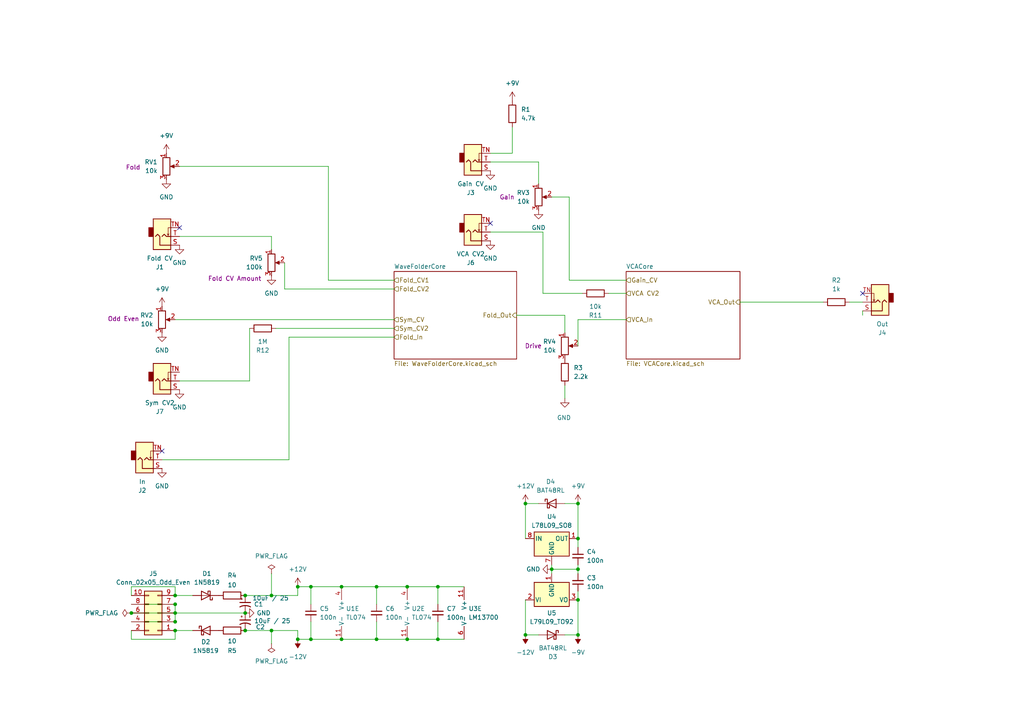
<source format=kicad_sch>
(kicad_sch (version 20231120) (generator "eeschema") (generator_version "8.0")
  (paper "A4")
  (lib_symbols
    (symbol "Amplifier_Operational:LM13700" (pin_names (offset 0.127))
      (property "Reference" "U" (at 3.81 5.08 0))
      (property "Value" "LM13700" (at 5.08 -5.08 0))
      (symbol "LM13700_1_1"
        (polyline (pts (xy 3.81 -0.635) (xy 3.81 -2.54) (xy 5.08 -2.54)))
        (polyline (pts (xy 5.08 0) (xy -5.08 -5.08) (xy -5.08 5.08) (xy 5.08 0)) (stroke (width 0.254)) (fill (type background)))
        (pin output line (at 7.62 0 180) (length 2.54) (name "~") (number "12"))
        (pin input line (at -7.62 2.54 0) (length 2.54) (name "-") (number "13"))
        (pin input line (at -7.62 -2.54 0) (length 2.54) (name "+") (number "14"))
        (pin input line (at -7.62 0 0) (length 2.54) (name "DIODE_BIAS") (number "15"))
        (pin input line (at 7.62 -2.54 180) (length 2.54) (name "~") (number "16"))
      )
      (symbol "LM13700_2_0"
        (polyline (pts (xy -1.905 2.54) (xy -3.175 2.54)))
      )
      (symbol "LM13700_2_1"
        (circle (center -2.54 1.905) (radius 0.254) (stroke (width 0.254)) (fill (type outline)))
        (polyline (pts (xy -3.81 -0.635) (xy -2.54 -1.27)))
        (polyline (pts (xy -3.81 1.27) (xy -3.81 -1.27)))
        (polyline (pts (xy -2.54 -1.905) (xy -1.27 -2.54)))
        (polyline (pts (xy -2.54 0) (xy -2.54 -2.54)))
        (polyline (pts (xy -3.81 0.635) (xy -2.54 1.27) (xy -2.54 1.905) (xy -2.54 2.54)))
        (polyline (pts (xy -2.54 -1.27) (xy -3.175 -0.635) (xy -3.175 -1.27) (xy -2.54 -1.27)) (fill (type outline)))
        (polyline (pts (xy -2.54 -0.635) (xy -1.27 0) (xy -1.27 1.905) (xy -2.54 1.905)))
        (polyline (pts (xy -1.27 -2.54) (xy -1.905 -1.905) (xy -1.905 -2.54) (xy -1.27 -2.54)) (fill (type outline)))
        (text "V+" (at -2.54 3.81 0) (effects (font (size 1.27 1.27))))
        (pin input line (at -7.62 0 0) (length 3.81) (name "~") (number "10"))
        (pin output line (at 2.54 -2.54 180) (length 3.81) (name "~") (number "9"))
      )
      (symbol "LM13700_3_1"
        (polyline (pts (xy 3.81 -0.635) (xy 3.81 -2.54) (xy 5.08 -2.54)))
        (polyline (pts (xy 5.08 0) (xy -5.08 -5.08) (xy -5.08 5.08) (xy 5.08 0)) (stroke (width 0.254)) (fill (type background)))
        (pin input line (at 7.62 -2.54 180) (length 2.54) (name "~") (number "1"))
        (pin input line (at -7.62 0 0) (length 2.54) (name "DIODE_BIAS") (number "2"))
        (pin input line (at -7.62 -2.54 0) (length 2.54) (name "+") (number "3"))
        (pin input line (at -7.62 2.54 0) (length 2.54) (name "-") (number "4"))
        (pin output line (at 7.62 0 180) (length 2.54) (name "~") (number "5"))
      )
      (symbol "LM13700_4_0"
        (polyline (pts (xy -3.175 2.54) (xy -1.905 2.54)))
        (text "V+" (at -2.54 3.81 0) (effects (font (size 1.27 1.27))))
      )
      (symbol "LM13700_4_1"
        (circle (center -2.54 1.905) (radius 0.254) (stroke (width 0.254)) (fill (type outline)))
        (polyline (pts (xy -3.81 -0.635) (xy -2.54 -1.27)))
        (polyline (pts (xy -3.81 1.27) (xy -3.81 -1.27)))
        (polyline (pts (xy -2.54 -1.905) (xy -1.27 -2.54)))
        (polyline (pts (xy -2.54 0) (xy -2.54 -2.54)))
        (polyline (pts (xy -3.81 0.635) (xy -2.54 1.27) (xy -2.54 2.54)))
        (polyline (pts (xy -2.54 -1.27) (xy -3.175 -0.635) (xy -3.175 -1.27) (xy -2.54 -1.27)) (fill (type outline)))
        (polyline (pts (xy -2.54 -0.635) (xy -1.27 0) (xy -1.27 1.905) (xy -2.54 1.905)))
        (polyline (pts (xy -1.27 -2.54) (xy -1.905 -1.905) (xy -1.905 -2.54) (xy -1.27 -2.54)) (fill (type outline)))
        (pin input line (at -7.62 0 0) (length 3.81) (name "~") (number "7"))
        (pin output line (at 2.54 -2.54 180) (length 3.81) (name "~") (number "8"))
      )
      (symbol "LM13700_5_1"
        (pin power_in line (at -2.54 7.62 270) (length 3.81) (name "V+") (number "11"))
        (pin power_in line (at -2.54 -7.62 90) (length 3.81) (name "V-") (number "6"))
      )
    )
    (symbol "Amplifier_Operational:TL074" (pin_names (offset 0.127))
      (property "Reference" "U" (at 0 5.08 0))
      (property "Value" "TL074" (at 0 -5.08 0))
      (symbol "TL074_1_1"
        (polyline (pts (xy -5.08 5.08) (xy 5.08 0) (xy -5.08 -5.08) (xy -5.08 5.08)) (stroke (width 0.254)) (fill (type background)))
        (pin output line (at 7.62 0 180) (length 2.54) (name "~") (number "1"))
        (pin input line (at -7.62 -2.54 0) (length 2.54) (name "-") (number "2"))
        (pin input line (at -7.62 2.54 0) (length 2.54) (name "+") (number "3"))
      )
      (symbol "TL074_2_1"
        (polyline (pts (xy -5.08 5.08) (xy 5.08 0) (xy -5.08 -5.08) (xy -5.08 5.08)) (stroke (width 0.254)) (fill (type background)))
        (pin input line (at -7.62 2.54 0) (length 2.54) (name "+") (number "5"))
        (pin input line (at -7.62 -2.54 0) (length 2.54) (name "-") (number "6"))
        (pin output line (at 7.62 0 180) (length 2.54) (name "~") (number "7"))
      )
      (symbol "TL074_3_1"
        (polyline (pts (xy -5.08 5.08) (xy 5.08 0) (xy -5.08 -5.08) (xy -5.08 5.08)) (stroke (width 0.254)) (fill (type background)))
        (pin input line (at -7.62 2.54 0) (length 2.54) (name "+") (number "10"))
        (pin output line (at 7.62 0 180) (length 2.54) (name "~") (number "8"))
        (pin input line (at -7.62 -2.54 0) (length 2.54) (name "-") (number "9"))
      )
      (symbol "TL074_4_1"
        (polyline (pts (xy -5.08 5.08) (xy 5.08 0) (xy -5.08 -5.08) (xy -5.08 5.08)) (stroke (width 0.254)) (fill (type background)))
        (pin input line (at -7.62 2.54 0) (length 2.54) (name "+") (number "12"))
        (pin input line (at -7.62 -2.54 0) (length 2.54) (name "-") (number "13"))
        (pin output line (at 7.62 0 180) (length 2.54) (name "~") (number "14"))
      )
      (symbol "TL074_5_1"
        (pin power_in line (at -2.54 -7.62 90) (length 3.81) (name "V-") (number "11"))
        (pin power_in line (at -2.54 7.62 270) (length 3.81) (name "V+") (number "4"))
      )
    )
    (symbol "Connector_Audio:AudioJack2_SwitchT"
      (property "Reference" "J" (at 0 8.89 0))
      (property "Value" "AudioJack2_SwitchT" (at 0 6.35 0))
      (symbol "AudioJack2_SwitchT_0_1"
        (rectangle (start -2.54 0) (end -3.81 -2.54) (stroke (width 0.254)) (fill (type outline)))
        (polyline (pts (xy 1.778 -0.254) (xy 2.032 -0.762)))
        (polyline (pts (xy 0 0) (xy 0.635 -0.635) (xy 1.27 0) (xy 2.54 0)) (stroke (width 0.254)))
        (polyline (pts (xy 2.54 -2.54) (xy 1.778 -2.54) (xy 1.778 -0.254) (xy 1.524 -0.762)))
        (polyline (pts (xy 2.54 2.54) (xy -0.635 2.54) (xy -0.635 0) (xy -1.27 -0.635) (xy -1.905 0)) (stroke (width 0.254)))
        (rectangle (start 2.54 3.81) (end -2.54 -5.08) (stroke (width 0.254)) (fill (type background)))
      )
      (symbol "AudioJack2_SwitchT_1_1"
        (pin passive line (at 5.08 2.54 180) (length 2.54) (name "~") (number "S"))
        (pin passive line (at 5.08 0 180) (length 2.54) (name "~") (number "T"))
        (pin passive line (at 5.08 -2.54 180) (length 2.54) (name "~") (number "TN"))
      )
    )
    (symbol "Connector_Generic:Conn_02x05_Odd_Even" (pin_names (offset 1.016) hide)
      (property "Reference" "J" (at 1.27 7.62 0))
      (property "Value" "Conn_02x05_Odd_Even" (at 1.27 -7.62 0))
      (symbol "Conn_02x05_Odd_Even_1_1"
        (rectangle (start -1.27 -4.953) (end 0 -5.207) (stroke (width 0.1524)))
        (rectangle (start -1.27 -2.413) (end 0 -2.667) (stroke (width 0.1524)))
        (rectangle (start -1.27 0.127) (end 0 -0.127) (stroke (width 0.1524)))
        (rectangle (start -1.27 2.667) (end 0 2.413) (stroke (width 0.1524)))
        (rectangle (start -1.27 5.207) (end 0 4.953) (stroke (width 0.1524)))
        (rectangle (start -1.27 6.35) (end 3.81 -6.35) (stroke (width 0.254)) (fill (type background)))
        (rectangle (start 3.81 -4.953) (end 2.54 -5.207) (stroke (width 0.1524)))
        (rectangle (start 3.81 -2.413) (end 2.54 -2.667) (stroke (width 0.1524)))
        (rectangle (start 3.81 0.127) (end 2.54 -0.127) (stroke (width 0.1524)))
        (rectangle (start 3.81 2.667) (end 2.54 2.413) (stroke (width 0.1524)))
        (rectangle (start 3.81 5.207) (end 2.54 4.953) (stroke (width 0.1524)))
        (pin passive line (at -5.08 5.08 0) (length 3.81) (name "Pin_1") (number "1"))
        (pin passive line (at 7.62 -5.08 180) (length 3.81) (name "Pin_10") (number "10"))
        (pin passive line (at 7.62 5.08 180) (length 3.81) (name "Pin_2") (number "2"))
        (pin passive line (at -5.08 2.54 0) (length 3.81) (name "Pin_3") (number "3"))
        (pin passive line (at 7.62 2.54 180) (length 3.81) (name "Pin_4") (number "4"))
        (pin passive line (at -5.08 0 0) (length 3.81) (name "Pin_5") (number "5"))
        (pin passive line (at 7.62 0 180) (length 3.81) (name "Pin_6") (number "6"))
        (pin passive line (at -5.08 -2.54 0) (length 3.81) (name "Pin_7") (number "7"))
        (pin passive line (at 7.62 -2.54 180) (length 3.81) (name "Pin_8") (number "8"))
        (pin passive line (at -5.08 -5.08 0) (length 3.81) (name "Pin_9") (number "9"))
      )
    )
    (symbol "Device:C_Small" (pin_numbers hide) (pin_names (offset 0.254) hide)
      (property "Reference" "C" (at 0.254 1.778 0))
      (property "Value" "C_Small" (at 0.254 -2.032 0))
      (symbol "C_Small_0_1"
        (polyline (pts (xy -1.524 -0.508) (xy 1.524 -0.508)) (stroke (width 0.3302)))
        (polyline (pts (xy -1.524 0.508) (xy 1.524 0.508)) (stroke (width 0.3048)))
      )
      (symbol "C_Small_1_1"
        (pin passive line (at 0 2.54 270) (length 2.032) (name "~") (number "1"))
        (pin passive line (at 0 -2.54 90) (length 2.032) (name "~") (number "2"))
      )
    )
    (symbol "Device:R" (pin_numbers hide) (pin_names (offset 0))
      (property "Reference" "R" (at 2.032 0 90))
      (property "Value" "R" (at 0 0 90))
      (symbol "R_0_1"
        (rectangle (start -1.016 -2.54) (end 1.016 2.54) (stroke (width 0.254)))
      )
      (symbol "R_1_1"
        (pin passive line (at 0 3.81 270) (length 1.27) (name "~") (number "1"))
        (pin passive line (at 0 -3.81 90) (length 1.27) (name "~") (number "2"))
      )
    )
    (symbol "Device:R_Potentiometer" (pin_names (offset 1.016) hide)
      (property "Reference" "RV" (at -4.445 0 90))
      (property "Value" "R_Potentiometer" (at -2.54 0 90))
      (symbol "R_Potentiometer_0_1"
        (polyline (pts (xy 2.54 0) (xy 1.524 0)))
        (polyline (pts (xy 1.143 0) (xy 2.286 0.508) (xy 2.286 -0.508) (xy 1.143 0)) (fill (type outline)))
        (rectangle (start 1.016 2.54) (end -1.016 -2.54) (stroke (width 0.254)))
      )
      (symbol "R_Potentiometer_1_1"
        (pin passive line (at 0 3.81 270) (length 1.27) (name "1") (number "1"))
        (pin passive line (at 3.81 0 180) (length 1.27) (name "2") (number "2"))
        (pin passive line (at 0 -3.81 90) (length 1.27) (name "3") (number "3"))
      )
    )
    (symbol "Diode:1N5819" (pin_numbers hide) (pin_names (offset 1.016) hide)
      (property "Reference" "D" (at 0 2.54 0))
      (property "Value" "1N5819" (at 0 -2.54 0))
      (symbol "1N5819_0_1"
        (polyline (pts (xy 1.27 0) (xy -1.27 0)))
        (polyline (pts (xy 1.27 1.27) (xy 1.27 -1.27) (xy -1.27 0) (xy 1.27 1.27)) (stroke (width 0.254)))
        (polyline (pts (xy -1.905 0.635) (xy -1.905 1.27) (xy -1.27 1.27) (xy -1.27 -1.27) (xy -0.635 -1.27) (xy -0.635 -0.635)) (stroke (width 0.254)))
      )
      (symbol "1N5819_1_1"
        (pin passive line (at -3.81 0 0) (length 2.54) (name "K") (number "1"))
        (pin passive line (at 3.81 0 180) (length 2.54) (name "A") (number "2"))
      )
    )
    (symbol "Diode:BAT48RL" (pin_numbers hide) (pin_names (offset 1.016) hide)
      (property "Reference" "D" (at 0 2.54 0))
      (property "Value" "BAT48RL" (at 0 -2.54 0))
      (symbol "BAT48RL_0_1"
        (polyline (pts (xy 1.27 0) (xy -1.27 0)))
        (polyline (pts (xy 1.27 1.27) (xy 1.27 -1.27) (xy -1.27 0) (xy 1.27 1.27)) (stroke (width 0.254)))
        (polyline (pts (xy -1.905 0.635) (xy -1.905 1.27) (xy -1.27 1.27) (xy -1.27 -1.27) (xy -0.635 -1.27) (xy -0.635 -0.635)) (stroke (width 0.254)))
      )
      (symbol "BAT48RL_1_1"
        (pin passive line (at -3.81 0 0) (length 2.54) (name "K") (number "1"))
        (pin passive line (at 3.81 0 180) (length 2.54) (name "A") (number "2"))
      )
    )
    (symbol "PCM_4ms_Capacitor:47uF_5x5.3_16V" (pin_numbers hide) (pin_names (offset 0.254) hide)
      (property "Reference" "C" (at 1.905 1.27 0))
      (property "Display" "47uF/16V" (at 1.905 -1.27 0))
      (symbol "47uF_5x5.3_16V_0_1"
        (polyline (pts (xy -1.524 0.508) (xy 1.524 0.508)) (stroke (width 0.3048)))
        (polyline (pts (xy -1.27 1.524) (xy -0.762 1.524)))
        (polyline (pts (xy -1.016 1.27) (xy -1.016 1.778)))
        (arc (start 1.524 -0.762) (mid 0 -0.3734) (end -1.524 -0.762) (stroke (width 0.3048)))
      )
      (symbol "47uF_5x5.3_16V_1_1"
        (pin passive line (at 0 2.54 270) (length 2.032) (name "~") (number "1"))
        (pin passive line (at 0 -2.54 90) (length 2.032) (name "~") (number "2"))
      )
    )
    (symbol "PCM_4ms_Power-symbol:+12V" (power) (pin_names (offset 0))
      (property "Value" "+12V" (at 0 3.556 0))
      (symbol "+12V_0_1"
        (polyline (pts (xy -0.762 1.27) (xy 0 2.54)))
        (polyline (pts (xy 0 0) (xy 0 2.54)))
        (polyline (pts (xy 0 2.54) (xy 0.762 1.27)))
      )
      (symbol "+12V_1_1"
        (pin power_in line (at 0 0 90) (length 0) hide (name "+12V") (number "1"))
      )
    )
    (symbol "PCM_4ms_Power-symbol:GND" (power) (pin_names (offset 0))
      (property "Value" "GND" (at 0 -3.81 0))
      (symbol "GND_0_1"
        (polyline (pts (xy 0 0) (xy 0 -1.27) (xy 1.27 -1.27) (xy 0 -2.54) (xy -1.27 -1.27) (xy 0 -1.27)))
      )
      (symbol "GND_1_1"
        (pin power_in line (at 0 0 270) (length 0) hide (name "GND") (number "1"))
      )
    )
    (symbol "Regulator_Linear:L78L09_SO8" (pin_names (offset 0.254))
      (property "Reference" "U" (at -3.81 3.175 0))
      (property "Value" "L78L09_SO8" (at 0 3.175 0))
      (symbol "L78L09_SO8_0_1"
        (rectangle (start -5.08 1.905) (end 5.08 -5.08) (stroke (width 0.254)) (fill (type background)))
      )
      (symbol "L78L09_SO8_1_1"
        (pin power_out line (at 7.62 0 180) (length 2.54) (name "OUT") (number "1"))
        (pin passive line (at 0 -7.62 90) (length 2.54) hide (name "GND") (number "2"))
        (pin passive line (at 0 -7.62 90) (length 2.54) hide (name "GND") (number "3"))
        (pin no_connect line (at -5.08 -2.54 0) (length 2.54) hide (name "NC") (number "4"))
        (pin no_connect line (at 5.08 -2.54 180) (length 2.54) hide (name "NC") (number "5"))
        (pin passive line (at 0 -7.62 90) (length 2.54) hide (name "GND") (number "6"))
        (pin power_in line (at 0 -7.62 90) (length 2.54) (name "GND") (number "7"))
        (pin power_in line (at -7.62 0 0) (length 2.54) (name "IN") (number "8"))
      )
    )
    (symbol "Regulator_Linear:L79L08_TO92" (pin_names (offset 0.254))
      (property "Reference" "U" (at -3.81 -3.175 0))
      (property "Value" "L79L08_TO92" (at 0 -3.175 0))
      (symbol "L79L08_TO92_0_1"
        (rectangle (start -5.08 5.08) (end 5.08 -1.905) (stroke (width 0.254)) (fill (type background)))
      )
      (symbol "L79L08_TO92_1_1"
        (pin power_in line (at 0 7.62 270) (length 2.54) (name "GND") (number "1"))
        (pin power_in line (at -7.62 0 0) (length 2.54) (name "VI") (number "2"))
        (pin power_out line (at 7.62 0 180) (length 2.54) (name "VO") (number "3"))
      )
    )
    (symbol "power:+9V" (power) (pin_numbers hide) (pin_names (offset 0) hide)
      (property "Value" "+9V" (at 0 3.556 0))
      (symbol "+9V_0_1"
        (polyline (pts (xy -0.762 1.27) (xy 0 2.54)))
        (polyline (pts (xy 0 0) (xy 0 2.54)))
        (polyline (pts (xy 0 2.54) (xy 0.762 1.27)))
      )
      (symbol "+9V_1_1"
        (pin power_in line (at 0 0 90) (length 0) (name "~") (number "1"))
      )
    )
    (symbol "power:-12V" (power) (pin_numbers hide) (pin_names (offset 0) hide)
      (property "Value" "-12V" (at 0 3.556 0))
      (symbol "-12V_0_0"
        (pin power_in line (at 0 0 90) (length 0) (name "~") (number "1"))
      )
      (symbol "-12V_0_1"
        (polyline (pts (xy 0 0) (xy 0 1.27) (xy 0.762 1.27) (xy 0 2.54) (xy -0.762 1.27) (xy 0 1.27)) (fill (type outline)))
      )
    )
    (symbol "power:-9V" (power) (pin_numbers hide) (pin_names (offset 0) hide)
      (property "Value" "-9V" (at 0 3.556 0))
      (symbol "-9V_0_1"
        (polyline (pts (xy 0 0) (xy 0 2.54)))
        (polyline (pts (xy 0.762 1.27) (xy -0.762 1.27) (xy 0 2.54) (xy 0.762 1.27)) (fill (type outline)))
      )
      (symbol "-9V_1_1"
        (pin power_in line (at 0 0 90) (length 0) (name "~") (number "1"))
      )
    )
    (symbol "power:GND" (power) (pin_numbers hide) (pin_names (offset 0) hide)
      (property "Value" "GND" (at 0 -3.81 0))
      (symbol "GND_0_1"
        (polyline (pts (xy 0 0) (xy 0 -1.27) (xy 1.27 -1.27) (xy 0 -2.54) (xy -1.27 -1.27) (xy 0 -1.27)))
      )
      (symbol "GND_1_1"
        (pin power_in line (at 0 0 270) (length 0) (name "~") (number "1"))
      )
    )
    (symbol "power:PWR_FLAG" (power) (pin_numbers hide) (pin_names (offset 0) hide)
      (property "Value" "PWR_FLAG" (at 0 3.81 0))
      (symbol "PWR_FLAG_0_0"
        (pin power_out line (at 0 0 90) (length 0) (name "~") (number "1"))
      )
      (symbol "PWR_FLAG_0_1"
        (polyline (pts (xy 0 0) (xy 0 1.27) (xy -1.016 1.905) (xy 0 2.54) (xy 1.016 1.905) (xy 0 1.27)))
      )
    )
  )
  (junction (at 50.8 172.72))
  (junction (at 78.74 182.88))
  (junction (at 167.64 165.1))
  (junction (at 152.4 146.05))
  (junction (at 78.74 172.72))
  (junction (at 118.11 185.42))
  (junction (at 90.17 170.18))
  (junction (at 71.12 172.72))
  (junction (at 90.17 185.42))
  (junction (at 109.22 185.42))
  (junction (at 50.8 177.8))
  (junction (at 127 170.18))
  (junction (at 86.36 185.42))
  (junction (at 127 185.42))
  (junction (at 71.12 182.88))
  (junction (at 109.22 170.18))
  (junction (at 167.64 173.99))
  (junction (at 50.8 175.26))
  (junction (at 38.1 177.8))
  (junction (at 50.8 182.88))
  (junction (at 118.11 170.18))
  (junction (at 167.64 146.05))
  (junction (at 152.4 184.15))
  (junction (at 99.06 185.42))
  (junction (at 71.12 177.8))
  (junction (at 167.64 184.15))
  (junction (at 167.64 156.21))
  (junction (at 86.36 170.18))
  (junction (at 160.02 165.1))
  (junction (at 50.8 180.34))
  (junction (at 99.06 170.18))
  (no_connect (at 46.99 130.81))
  (no_connect (at 250.19 85.09))
  (no_connect (at 52.07 66.04))
  (no_connect (at 142.24 64.77))
  (wire (pts (xy 109.22 180.34) (xy 109.22 185.42)))
  (wire (pts (xy 127 170.18) (xy 134.62 170.18)))
  (wire (pts (xy 50.8 92.71) (xy 114.3 92.71)))
  (wire (pts (xy 50.8 177.8) (xy 71.12 177.8)))
  (wire (pts (xy 214.63 87.63) (xy 238.76 87.63)))
  (wire (pts (xy 109.22 170.18) (xy 118.11 170.18)))
  (wire (pts (xy 83.82 97.79) (xy 83.82 133.35)))
  (wire (pts (xy 78.74 72.39) (xy 78.74 68.58)))
  (wire (pts (xy 127 180.34) (xy 127 185.42)))
  (wire (pts (xy 167.64 184.15) (xy 163.83 184.15)))
  (wire (pts (xy 167.64 146.05) (xy 163.83 146.05)))
  (wire (pts (xy 38.1 180.34) (xy 50.8 180.34)))
  (wire (pts (xy 156.21 53.34) (xy 156.21 46.99)))
  (wire (pts (xy 165.1 57.15) (xy 160.02 57.15)))
  (wire (pts (xy 114.3 81.28) (xy 95.25 81.28)))
  (wire (pts (xy 90.17 180.34) (xy 90.17 185.42)))
  (wire (pts (xy 157.48 85.09) (xy 168.91 85.09)))
  (wire (pts (xy 90.17 170.18) (xy 99.06 170.18)))
  (wire (pts (xy 82.55 83.82) (xy 82.55 76.2)))
  (wire (pts (xy 50.8 185.42) (xy 38.1 185.42)))
  (wire (pts (xy 142.24 44.45) (xy 148.59 44.45)))
  (wire (pts (xy 118.11 185.42) (xy 127 185.42)))
  (wire (pts (xy 86.36 170.18) (xy 86.36 172.72)))
  (wire (pts (xy 55.88 182.88) (xy 50.8 182.88)))
  (wire (pts (xy 78.74 182.88) (xy 86.36 182.88)))
  (wire (pts (xy 127 170.18) (xy 127 175.26)))
  (wire (pts (xy 167.64 165.1) (xy 160.02 165.1)))
  (wire (pts (xy 167.64 158.75) (xy 167.64 156.21)))
  (wire (pts (xy 167.64 156.21) (xy 167.64 146.05)))
  (wire (pts (xy 163.83 91.44) (xy 163.83 96.52)))
  (wire (pts (xy 148.59 44.45) (xy 148.59 36.83)))
  (wire (pts (xy 90.17 185.42) (xy 99.06 185.42)))
  (wire (pts (xy 109.22 185.42) (xy 118.11 185.42)))
  (wire (pts (xy 50.8 175.26) (xy 50.8 177.8)))
  (wire (pts (xy 246.38 87.63) (xy 250.19 87.63)))
  (wire (pts (xy 152.4 156.21) (xy 152.4 146.05)))
  (wire (pts (xy 50.8 170.18) (xy 38.1 170.18)))
  (wire (pts (xy 86.36 185.42) (xy 90.17 185.42)))
  (wire (pts (xy 99.06 185.42) (xy 109.22 185.42)))
  (wire (pts (xy 118.11 170.18) (xy 127 170.18)))
  (wire (pts (xy 156.21 46.99) (xy 142.24 46.99)))
  (wire (pts (xy 83.82 133.35) (xy 46.99 133.35)))
  (wire (pts (xy 127 185.42) (xy 134.62 185.42)))
  (wire (pts (xy 38.1 185.42) (xy 38.1 182.88)))
  (wire (pts (xy 38.1 170.18) (xy 38.1 172.72)))
  (wire (pts (xy 160.02 163.83) (xy 160.02 165.1)))
  (wire (pts (xy 149.86 91.44) (xy 163.83 91.44)))
  (wire (pts (xy 152.4 184.15) (xy 156.21 184.15)))
  (wire (pts (xy 167.64 171.45) (xy 167.64 173.99)))
  (wire (pts (xy 176.53 85.09) (xy 181.61 85.09)))
  (wire (pts (xy 86.36 182.88) (xy 86.36 185.42)))
  (wire (pts (xy 99.06 170.18) (xy 109.22 170.18)))
  (wire (pts (xy 181.61 81.28) (xy 165.1 81.28)))
  (wire (pts (xy 50.8 182.88) (xy 50.8 185.42)))
  (wire (pts (xy 250.19 91.44) (xy 250.19 90.17)))
  (wire (pts (xy 78.74 182.88) (xy 78.74 186.69)))
  (wire (pts (xy 71.12 172.72) (xy 78.74 172.72)))
  (wire (pts (xy 109.22 170.18) (xy 109.22 175.26)))
  (wire (pts (xy 80.01 95.25) (xy 114.3 95.25)))
  (wire (pts (xy 90.17 170.18) (xy 90.17 175.26)))
  (wire (pts (xy 86.36 170.18) (xy 90.17 170.18)))
  (wire (pts (xy 167.64 173.99) (xy 167.64 184.15)))
  (wire (pts (xy 152.4 173.99) (xy 152.4 184.15)))
  (wire (pts (xy 78.74 166.37) (xy 78.74 172.72)))
  (wire (pts (xy 114.3 97.79) (xy 83.82 97.79)))
  (wire (pts (xy 95.25 81.28) (xy 95.25 48.26)))
  (wire (pts (xy 38.1 177.8) (xy 50.8 177.8)))
  (wire (pts (xy 167.64 166.37) (xy 167.64 165.1)))
  (wire (pts (xy 157.48 67.31) (xy 157.48 85.09)))
  (wire (pts (xy 163.83 115.57) (xy 163.83 111.76)))
  (wire (pts (xy 167.64 100.33) (xy 167.64 92.71)))
  (wire (pts (xy 152.4 146.05) (xy 156.21 146.05)))
  (wire (pts (xy 71.12 182.88) (xy 78.74 182.88)))
  (wire (pts (xy 38.1 175.26) (xy 50.8 175.26)))
  (wire (pts (xy 50.8 180.34) (xy 50.8 177.8)))
  (wire (pts (xy 55.88 172.72) (xy 50.8 172.72)))
  (wire (pts (xy 142.24 67.31) (xy 157.48 67.31)))
  (wire (pts (xy 165.1 81.28) (xy 165.1 57.15)))
  (wire (pts (xy 78.74 172.72) (xy 86.36 172.72)))
  (wire (pts (xy 52.07 110.49) (xy 72.39 110.49)))
  (wire (pts (xy 160.02 165.1) (xy 160.02 166.37)))
  (wire (pts (xy 95.25 48.26) (xy 52.07 48.26)))
  (wire (pts (xy 78.74 68.58) (xy 52.07 68.58)))
  (wire (pts (xy 167.64 92.71) (xy 181.61 92.71)))
  (wire (pts (xy 114.3 83.82) (xy 82.55 83.82)))
  (wire (pts (xy 167.64 163.83) (xy 167.64 165.1)))
  (wire (pts (xy 72.39 110.49) (xy 72.39 95.25)))
  (wire (pts (xy 50.8 172.72) (xy 50.8 170.18)))
  (hierarchical_label "Sym_CV2" (shape input) (at 114.3 95.25 0))
  (hierarchical_label "VCA_Out" (shape output) (at 214.63 87.63 180))
  (hierarchical_label "VCA CV2" (shape input) (at 181.61 85.09 0))
  (hierarchical_label "Fold_CV1" (shape input) (at 114.3 81.28 0))
  (hierarchical_label "Fold_Out" (shape output) (at 149.86 91.44 180))
  (hierarchical_label "Fold_CV2" (shape input) (at 114.3 83.82 0))
  (hierarchical_label "Gain_CV" (shape input) (at 181.61 81.28 0))
  (hierarchical_label "Fold_In" (shape input) (at 114.3 97.79 0))
  (hierarchical_label "Sym_CV" (shape input) (at 114.3 92.71 0))
  (hierarchical_label "VCA_In" (shape input) (at 181.61 92.71 0))
  (symbol (lib_id "PCM_4ms_Power-symbol:GND") (at 71.12 177.8 90) (unit 1)
    (property "Reference" "#PWR012" (effects (hide yes)))
    (property "Value" "GND" (at 74.422 177.8 90) (effects (justify right)))
  )
  (symbol (lib_id "Device:R_Potentiometer") (at 78.74 76.2 0) (unit 1)
    (property "Reference" "RV5" (at 76.2 74.9299 0) (effects (justify right)))
    (property "Value" "100k" (at 76.2 77.4699 0) (effects (justify right)))
    (property "Description" "Fold CV Amount" (at 68.072 80.772 0))
  )
  (symbol (lib_id "power:GND") (at 46.99 96.52 0) (unit 1)
    (property "Reference" "#PWR04" (effects (hide yes)))
    (property "Value" "GND" (at 46.99 101.6 0))
    (property "Description" "Power symbol creates a global label with name \"GND\" , ground" (effects (hide yes)))
  )
  (symbol (lib_id "power:GND") (at 142.24 69.85 0) (unit 1)
    (property "Reference" "#PWR023" (effects (hide yes)))
    (property "Value" "GND" (at 142.24 74.93 0))
    (property "Description" "Power symbol creates a global label with name \"GND\" , ground" (effects (hide yes)))
  )
  (symbol (lib_id "Device:R_Potentiometer") (at 48.26 48.26 0) (unit 1)
    (property "Reference" "RV1" (at 45.72 46.9899 0) (effects (justify right)))
    (property "Value" "10k" (at 45.72 49.5299 0) (effects (justify right)))
    (property "Description" "Fold" (at 38.608 48.514 0))
  )
  (symbol (lib_id "Device:R") (at 67.31 172.72 270) (unit 1)
    (property "Reference" "R4" (at 67.31 166.878 90))
    (property "Value" "10" (at 67.31 169.672 90))
    (property "Footprint" "Resistor_THT:R_Axial_DIN0204_L3.6mm_D1.6mm_P1.90mm_Vertical" (effects (hide yes)))
    (property "Description" "Resistor" (effects (hide yes)))
  )
  (symbol (lib_id "Device:C_Small") (at 167.64 161.29 0) (unit 1)
    (property "Reference" "C4" (at 170.18 160.0262 0) (effects (justify left)))
    (property "Value" "100n" (at 170.18 162.5662 0) (effects (justify left)))
    (property "Description" "Unpolarized capacitor, small symbol" (effects (hide yes)))
  )
  (symbol (lib_id "power:-12V") (at 152.4 184.15 180) (unit 1)
    (property "Reference" "#PWR016" (effects (hide yes)))
    (property "Value" "-12V" (at 152.4 189.23 0))
    (property "Description" "Power symbol creates a global label with name \"-12V\"" (effects (hide yes)))
  )
  (symbol (lib_id "Device:C_Small") (at 90.17 177.8 0) (unit 1)
    (property "Reference" "C5" (at 92.71 176.5362 0) (effects (justify left)))
    (property "Value" "100n" (at 92.71 179.0762 0) (effects (justify left)))
    (property "Description" "Unpolarized capacitor, small symbol" (effects (hide yes)))
  )
  (symbol (lib_id "power:PWR_FLAG") (at 78.74 166.37 0) (unit 1)
    (property "Reference" "#FLG01" (effects (hide yes)))
    (property "Value" "PWR_FLAG" (at 78.74 161.29 0))
    (property "Description" "Special symbol for telling ERC where power comes from" (effects (hide yes)))
  )
  (symbol (lib_id "Device:R") (at 172.72 85.09 90) (mirror x) (unit 1)
    (property "Reference" "R11" (at 172.72 91.44 90))
    (property "Value" "10k" (at 172.72 88.9 90))
    (property "Description" "Resistor" (effects (hide yes)))
  )
  (symbol (lib_id "Connector_Audio:AudioJack2_SwitchT") (at 46.99 110.49 0) (mirror x) (unit 1)
    (property "Reference" "J7" (at 46.355 119.38 0))
    (property "Value" "Sym CV2" (at 46.355 116.84 0))
    (property "Description" "Audio Jack, 2 Poles (Mono / TS), Switched T Pole (Normalling)" (effects (hide yes)))
  )
  (symbol (lib_id "PCM_4ms_Power-symbol:GND") (at 160.02 165.1 270) (unit 1)
    (property "Reference" "#PWR015" (effects (hide yes)))
    (property "Value" "GND" (at 156.718 165.1 90) (effects (justify right)))
  )
  (symbol (lib_id "Device:C_Small") (at 167.64 168.91 180) (unit 1)
    (property "Reference" "C3" (at 170.18 167.6335 0) (effects (justify right)))
    (property "Value" "100n" (at 170.18 170.1735 0) (effects (justify right)))
    (property "Description" "Unpolarized capacitor, small symbol" (effects (hide yes)))
  )
  (symbol (lib_id "Connector_Audio:AudioJack2_SwitchT") (at 255.27 87.63 180) (unit 1)
    (property "Reference" "J4" (at 255.905 96.52 0))
    (property "Value" "Out" (at 255.905 93.98 0))
    (property "Description" "Audio Jack, 2 Poles (Mono / TS), Switched T Pole (Normalling)" (effects (hide yes)))
  )
  (symbol (lib_id "Connector_Audio:AudioJack2_SwitchT") (at 137.16 46.99 0) (mirror x) (unit 1)
    (property "Reference" "J3" (at 136.525 55.88 0))
    (property "Value" "Gain CV" (at 136.525 53.34 0))
    (property "Description" "Audio Jack, 2 Poles (Mono / TS), Switched T Pole (Normalling)" (effects (hide yes)))
  )
  (symbol (lib_id "Connector_Audio:AudioJack2_SwitchT") (at 41.91 133.35 0) (mirror x) (unit 1)
    (property "Reference" "J2" (at 41.275 142.24 0))
    (property "Value" "In" (at 41.275 139.7 0))
    (property "Description" "Audio Jack, 2 Poles (Mono / TS), Switched T Pole (Normalling)" (effects (hide yes)))
  )
  (symbol (lib_id "power:-12V") (at 86.36 185.42 180) (unit 1)
    (property "Reference" "#PWR014" (effects (hide yes)))
    (property "Value" "-12V" (at 86.36 190.5 0))
    (property "Description" "Power symbol creates a global label with name \"-12V\"" (effects (hide yes)))
  )
  (symbol (lib_id "PCM_4ms_Capacitor:47uF_5x5.3_16V") (at 71.12 175.26 0) (unit 1)
    (property "Reference" "C1" (at 73.66 175.26 0) (effects (justify left)))
    (property "Value" "10uF / 25" (at 78.486 173.482 0))
    (property "Footprint" "Capacitor_THT:CP_Radial_D4.0mm_P2.00mm" (effects (hide yes)))
    (property "Description" "47uF, 16V, 20%, 5.00mmD*5.30mmH, 2000Hrs@85℃" (effects (hide yes)))
    (property "Specifications" "47uF, 16V, 20%, 5.00mmD*5.30mmH, 2000Hrs@85℃" (effects (hide yes)))
    (property "Manufacturer" "Lelon" (effects (hide yes)))
    (property "Part Number" "VE-470M1CTR-0505" (effects (hide yes)))
    (property "Display" "47uF/16V" (effects (hide yes)))
    (property "JLCPCB ID" "C134798" (effects (hide yes)))
  )
  (symbol (lib_id "PCM_4ms_Power-symbol:+12V") (at 86.36 170.18 0) (unit 1)
    (property "Reference" "#PWR013" (effects (hide yes)))
    (property "Value" "+12V" (at 86.36 165.1 0))
  )
  (symbol (lib_id "power:GND") (at 156.21 60.96 0) (unit 1)
    (property "Reference" "#PWR09" (effects (hide yes)))
    (property "Value" "GND" (at 156.21 66.04 0))
    (property "Description" "Power symbol creates a global label with name \"GND\" , ground" (effects (hide yes)))
  )
  (symbol (lib_id "Diode:BAT48RL") (at 160.02 184.15 0) (mirror y) (unit 1)
    (property "Reference" "D3" (at 160.3375 190.5 0))
    (property "Value" "BAT48RL" (at 160.3375 187.96 0))
    (property "Footprint" "Diode_THT:D_DO-35_SOD27_P7.62mm_Horizontal" (effects (hide yes)))
    (property "Datasheet" "www.st.com/resource/en/datasheet/bat48.pdf" (effects (hide yes)))
    (property "Description" "40V 0.35A Small Signal Schottky Diode, DO-35" (effects (hide yes)))
  )
  (symbol (lib_id "power:-9V") (at 167.64 184.15 180) (unit 1)
    (property "Reference" "#PWR019" (effects (hide yes)))
    (property "Value" "-9V" (at 167.64 189.23 0))
    (property "Description" "Power symbol creates a global label with name \"-9V\"" (effects (hide yes)))
  )
  (symbol (lib_id "power:GND") (at 46.99 135.89 0) (unit 1)
    (property "Reference" "#PWR05" (effects (hide yes)))
    (property "Value" "GND" (at 46.99 140.97 0))
    (property "Description" "Power symbol creates a global label with name \"GND\" , ground" (effects (hide yes)))
  )
  (symbol (lib_id "Amplifier_Operational:TL074") (at 101.6 177.8 0) (unit 5)
    (property "Reference" "U1" (at 100.33 176.5299 0) (effects (justify left)))
    (property "Value" "TL074" (at 100.33 179.0699 0) (effects (justify left)))
    (property "Footprint" "Package_SO:SOIC-14_3.9x8.7mm_P1.27mm" (effects (hide yes)))
    (property "Datasheet" "http://www.ti.com/lit/ds/symlink/tl071.pdf" (effects (hide yes)))
    (property "Description" "Quad Low-Noise JFET-Input Operational Amplifiers, DIP-14/SOIC-14" (effects (hide yes)))
  )
  (symbol (lib_id "power:GND") (at 163.83 115.57 0) (unit 1)
    (property "Reference" "#PWR010" (effects (hide yes)))
    (property "Value" "GND" (at 163.576 121.158 0))
    (property "Description" "Power symbol creates a global label with name \"GND\" , ground" (effects (hide yes)))
  )
  (symbol (lib_id "Amplifier_Operational:TL074") (at 120.65 177.8 0) (unit 5)
    (property "Reference" "U2" (at 119.38 176.5299 0) (effects (justify left)))
    (property "Value" "TL074" (at 119.38 179.0699 0) (effects (justify left)))
    (property "Datasheet" "http://www.ti.com/lit/ds/symlink/tl071.pdf" (effects (hide yes)))
    (property "Description" "Quad Low-Noise JFET-Input Operational Amplifiers, DIP-14/SOIC-14" (effects (hide yes)))
  )
  (symbol (lib_id "PCM_4ms_Capacitor:47uF_5x5.3_16V") (at 71.12 180.34 0) (unit 1)
    (property "Reference" "C2" (at 74.168 181.864 0) (effects (justify left)))
    (property "Value" "10uF / 25" (at 78.994 180.086 0))
    (property "Footprint" "Capacitor_THT:CP_Radial_D4.0mm_P2.00mm" (effects (hide yes)))
    (property "Description" "47uF, 16V, 20%, 5.00mmD*5.30mmH, 2000Hrs@85℃" (effects (hide yes)))
    (property "Specifications" "47uF, 16V, 20%, 5.00mmD*5.30mmH, 2000Hrs@85℃" (effects (hide yes)))
    (property "Manufacturer" "Lelon" (effects (hide yes)))
    (property "Part Number" "VE-470M1CTR-0505" (effects (hide yes)))
    (property "Display" "47uF/16V" (effects (hide yes)))
    (property "JLCPCB ID" "C134798" (effects (hide yes)))
  )
  (symbol (lib_id "Device:R") (at 163.83 107.95 180) (unit 1)
    (property "Reference" "R3" (at 166.37 106.6799 0) (effects (justify right)))
    (property "Value" "2.2k" (at 166.37 109.2199 0) (effects (justify right)))
    (property "Description" "Resistor" (effects (hide yes)))
  )
  (symbol (lib_id "PCM_4ms_Power-symbol:+12V") (at 152.4 146.05 0) (unit 1)
    (property "Reference" "#PWR017" (effects (hide yes)))
    (property "Value" "+12V" (at 152.4 140.97 0))
  )
  (symbol (lib_id "power:+9V") (at 46.99 88.9 0) (unit 1)
    (property "Reference" "#PWR03" (effects (hide yes)))
    (property "Value" "+9V" (at 46.99 83.82 0))
    (property "Description" "Power symbol creates a global label with name \"+9V\"" (effects (hide yes)))
  )
  (symbol (lib_id "Regulator_Linear:L78L09_SO8") (at 160.02 156.21 0) (unit 1)
    (property "Reference" "U4" (at 160.02 149.86 0))
    (property "Value" "L78L09_SO8" (at 160.02 152.4 0))
    (property "Footprint" "Package_SO:SOIC-8_3.9x4.9mm_P1.27mm" (effects (hide yes)))
    (property "Datasheet" "http://www.st.com/content/ccc/resource/technical/document/datasheet/15/55/e5/aa/23/5b/43/fd/CD00000446.pdf/files/CD00000446.pdf/jcr:content/translations/en.CD00000446.pdf" (effects (hide yes)))
    (property "Description" "Positive 100mA 30V Linear Regulator, Fixed Output 9V, SO-8" (effects (hide yes)))
  )
  (symbol (lib_id "Connector_Audio:AudioJack2_SwitchT") (at 137.16 67.31 0) (mirror x) (unit 1)
    (property "Reference" "J6" (at 136.525 76.2 0))
    (property "Value" "VCA CV2" (at 136.525 73.66 0))
    (property "Description" "Audio Jack, 2 Poles (Mono / TS), Switched T Pole (Normalling)" (effects (hide yes)))
  )
  (symbol (lib_id "power:GND") (at 48.26 52.07 0) (unit 1)
    (property "Reference" "#PWR07" (effects (hide yes)))
    (property "Value" "GND" (at 48.26 57.15 0))
    (property "Description" "Power symbol creates a global label with name \"GND\" , ground" (effects (hide yes)))
  )
  (symbol (lib_id "power:+9V") (at 167.64 146.05 0) (unit 1)
    (property "Reference" "#PWR018" (effects (hide yes)))
    (property "Value" "+9V" (at 167.64 140.97 0))
    (property "Description" "Power symbol creates a global label with name \"+9V\"" (effects (hide yes)))
  )
  (symbol (lib_id "Device:R_Potentiometer") (at 163.83 100.33 0) (unit 1)
    (property "Reference" "RV4" (at 161.29 99.0599 0) (effects (justify right)))
    (property "Value" "10k" (at 161.29 101.5999 0) (effects (justify right)))
    (property "Description" "Drive" (at 154.686 100.33 0))
  )
  (symbol (lib_id "power:+9V") (at 148.59 29.21 0) (unit 1)
    (property "Reference" "#PWR01" (effects (hide yes)))
    (property "Value" "+9V" (at 148.59 24.13 0))
    (property "Description" "Power symbol creates a global label with name \"+9V\"" (effects (hide yes)))
  )
  (symbol (lib_id "power:GND") (at 142.24 49.53 0) (unit 1)
    (property "Reference" "#PWR08" (effects (hide yes)))
    (property "Value" "GND" (at 142.24 54.61 0))
    (property "Description" "Power symbol creates a global label with name \"GND\" , ground" (effects (hide yes)))
  )
  (symbol (lib_id "Device:R") (at 242.57 87.63 90) (unit 1)
    (property "Reference" "R2" (at 242.57 81.28 90))
    (property "Value" "1k" (at 242.57 83.82 90))
    (property "Description" "Resistor" (effects (hide yes)))
  )
  (symbol (lib_id "power:PWR_FLAG") (at 38.1 177.8 90) (unit 1)
    (property "Reference" "#FLG03" (effects (hide yes)))
    (property "Value" "PWR_FLAG" (at 34.29 177.7999 90) (effects (justify left)))
    (property "Description" "Special symbol for telling ERC where power comes from" (effects (hide yes)))
  )
  (symbol (lib_id "Regulator_Linear:L79L08_TO92") (at 160.02 173.99 0) (unit 1)
    (property "Reference" "U5" (at 160.02 177.8 0))
    (property "Value" "L79L09_TO92" (at 160.02 180.34 0))
    (property "Footprint" "PCM_4ms_Package_TO:TO-92_OffsetPin2" (effects (hide yes)))
    (property "Datasheet" "http://www.farnell.com/datasheets/1827870.pdf" (effects (hide yes)))
    (property "Description" "Negative 100mA -30V Linear Regulator, Fixed Output -5V, TO-92" (effects (hide yes)))
  )
  (symbol (lib_id "Device:R") (at 67.31 182.88 90) (unit 1)
    (property "Reference" "R5" (at 67.31 188.722 90))
    (property "Value" "10" (at 67.31 185.928 90))
    (property "Footprint" "Resistor_THT:R_Axial_DIN0204_L3.6mm_D1.6mm_P1.90mm_Vertical" (effects (hide yes)))
    (property "Description" "Resistor" (effects (hide yes)))
  )
  (symbol (lib_id "Diode:1N5819") (at 59.69 182.88 0) (unit 1)
    (property "Reference" "D2" (at 59.69 186.182 0))
    (property "Value" "1N5819" (at 59.69 188.722 0))
    (property "Footprint" "Diode_THT:D_DO-41_SOD81_P2.54mm_Vertical_AnodeUp" (effects (hide yes)))
    (property "Datasheet" "http://www.vishay.com/docs/88525/1n5817.pdf" (effects (hide yes)))
    (property "Description" "40V 1A Schottky Barrier Rectifier Diode, DO-41" (effects (hide yes)))
  )
  (symbol (lib_id "power:GND") (at 52.07 71.12 0) (unit 1)
    (property "Reference" "#PWR06" (effects (hide yes)))
    (property "Value" "GND" (at 52.07 76.2 0))
    (property "Description" "Power symbol creates a global label with name \"GND\" , ground" (effects (hide yes)))
  )
  (symbol (lib_id "power:GND") (at 78.74 80.01 0) (unit 1)
    (property "Reference" "#PWR011" (effects (hide yes)))
    (property "Value" "GND" (at 78.74 85.09 0))
    (property "Description" "Power symbol creates a global label with name \"GND\" , ground" (effects (hide yes)))
  )
  (symbol (lib_id "Device:R") (at 148.59 33.02 0) (unit 1)
    (property "Reference" "R1" (at 151.13 31.7499 0) (effects (justify left)))
    (property "Value" "4.7k" (at 151.13 34.2899 0) (effects (justify left)))
    (property "Description" "Resistor" (effects (hide yes)))
  )
  (symbol (lib_id "Diode:BAT48RL") (at 160.02 146.05 0) (unit 1)
    (property "Reference" "D4" (at 159.7025 139.7 0))
    (property "Value" "BAT48RL" (at 159.7025 142.24 0))
    (property "Footprint" "Diode_THT:D_DO-35_SOD27_P7.62mm_Horizontal" (effects (hide yes)))
    (property "Datasheet" "www.st.com/resource/en/datasheet/bat48.pdf" (effects (hide yes)))
    (property "Description" "40V 0.35A Small Signal Schottky Diode, DO-35" (effects (hide yes)))
  )
  (symbol (lib_id "Amplifier_Operational:LM13700") (at 137.16 177.8 0) (unit 5)
    (property "Reference" "U3" (at 135.89 176.5299 0) (effects (justify left)))
    (property "Value" "LM13700" (at 135.89 179.0699 0) (effects (justify left)))
    (property "Footprint" "Package_SO:SOIC-16_3.9x9.9mm_P1.27mm" (effects (hide yes)))
    (property "Datasheet" "http://www.ti.com/lit/ds/symlink/lm13700.pdf" (effects (hide yes)))
    (property "Description" "Dual Operational Transconductance Amplifiers with Linearizing Diodes and Buffers, DIP-16/SOIC-16" (effects (hide yes)))
  )
  (symbol (lib_id "Connector_Generic:Conn_02x05_Odd_Even") (at 45.72 177.8 180) (unit 1)
    (property "Reference" "J5" (at 44.45 166.37 0))
    (property "Value" "Conn_02x05_Odd_Even" (at 44.45 168.91 0))
    (property "Description" "Generic connector, double row, 02x05, odd/even pin numbering scheme (row 1 odd numbers, row 2 even numbers), script generated (kicad-library-utils/schlib/autogen/connector/)" (effects (hide yes)))
  )
  (symbol (lib_id "Device:R") (at 76.2 95.25 90) (mirror x) (unit 1)
    (property "Reference" "R12" (at 76.2 101.6 90))
    (property "Value" "1M" (at 76.2 99.06 90))
    (property "Description" "Resistor" (effects (hide yes)))
  )
  (symbol (lib_id "Device:R_Potentiometer") (at 46.99 92.71 0) (unit 1)
    (property "Reference" "RV2" (at 44.45 91.4399 0) (effects (justify right)))
    (property "Value" "10k" (at 44.45 93.9799 0) (effects (justify right)))
    (property "Description" "Odd Even" (at 35.814 92.456 0))
  )
  (symbol (lib_id "power:GND") (at 52.07 113.03 0) (unit 1)
    (property "Reference" "#PWR024" (effects (hide yes)))
    (property "Value" "GND" (at 52.07 118.11 0))
    (property "Description" "Power symbol creates a global label with name \"GND\" , ground" (effects (hide yes)))
  )
  (symbol (lib_id "Device:C_Small") (at 127 177.8 0) (unit 1)
    (property "Reference" "C7" (at 129.54 176.5362 0) (effects (justify left)))
    (property "Value" "100n" (at 129.54 179.0762 0) (effects (justify left)))
    (property "Description" "Unpolarized capacitor, small symbol" (effects (hide yes)))
  )
  (symbol (lib_id "Diode:1N5819") (at 59.69 172.72 180) (unit 1)
    (property "Reference" "D1" (at 60.0075 166.37 0))
    (property "Value" "1N5819" (at 60.0075 168.91 0))
    (property "Footprint" "Diode_THT:D_DO-41_SOD81_P2.54mm_Vertical_AnodeUp" (effects (hide yes)))
    (property "Datasheet" "http://www.vishay.com/docs/88525/1n5817.pdf" (effects (hide yes)))
    (property "Description" "40V 1A Schottky Barrier Rectifier Diode, DO-41" (effects (hide yes)))
  )
  (symbol (lib_id "Device:C_Small") (at 109.22 177.8 0) (unit 1)
    (property "Reference" "C6" (at 111.76 176.5362 0) (effects (justify left)))
    (property "Value" "100n" (at 111.76 179.0762 0) (effects (justify left)))
    (property "Description" "Unpolarized capacitor, small symbol" (effects (hide yes)))
  )
  (symbol (lib_id "Device:R_Potentiometer") (at 156.21 57.15 0) (unit 1)
    (property "Reference" "RV3" (at 153.67 55.8799 0) (effects (justify right)))
    (property "Value" "10k" (at 153.67 58.4199 0) (effects (justify right)))
    (property "Description" "Gain" (at 147.066 57.15 0))
  )
  (symbol (lib_id "power:+9V") (at 48.26 44.45 0) (unit 1)
    (property "Reference" "#PWR02" (effects (hide yes)))
    (property "Value" "+9V" (at 48.26 39.37 0))
    (property "Description" "Power symbol creates a global label with name \"+9V\"" (effects (hide yes)))
  )
  (symbol (lib_id "Connector_Audio:AudioJack2_SwitchT") (at 46.99 68.58 0) (mirror x) (unit 1)
    (property "Reference" "J1" (at 46.355 77.47 0))
    (property "Value" "Fold CV" (at 46.355 74.93 0))
    (property "Description" "Audio Jack, 2 Poles (Mono / TS), Switched T Pole (Normalling)" (effects (hide yes)))
  )
  (symbol (lib_id "power:PWR_FLAG") (at 78.74 186.69 180) (unit 1)
    (property "Reference" "#FLG02" (effects (hide yes)))
    (property "Value" "PWR_FLAG" (at 78.74 191.77 0))
    (property "Description" "Special symbol for telling ERC where power comes from" (effects (hide yes)))
  )
  (sheet (at 114.3 78.74) (size 35.56 25.4) (stroke (width 0.1524))
    (property "Sheetname" "WaveFolderCore" (at 114.3 78.0284 0) (effects (justify left bottom)))
    (property "Sheetfile" "WaveFolderCore.kicad_sch" (at 114.3 104.7246 0) (effects (justify left top)))
  )
  (sheet (at 181.61 78.74) (size 33.02 25.4) (stroke (width 0.1524))
    (property "Sheetname" "VCACore" (at 181.61 78.0284 0) (effects (justify left bottom)))
    (property "Sheetfile" "VCACore.kicad_sch" (at 181.61 104.7246 0) (effects (justify left top)))
  )
)
</source>
